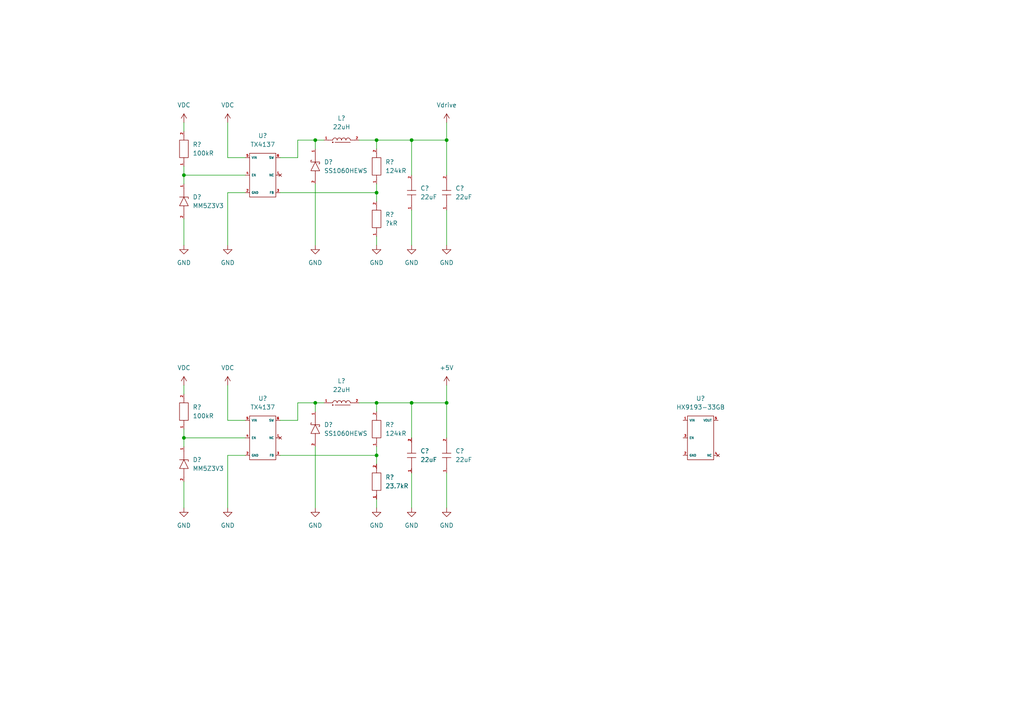
<source format=kicad_sch>
(kicad_sch (version 20211123) (generator eeschema)
  (paper "A4")
  (title_block (title "Digital_BuckBoost") (date "2022-07-01") (rev "1.0.1"))
  (lib_symbols
    (symbol "Basic_passive_components:Capacitor" (pin_names (offset 1.016))
      (property "Reference" "C" (at -4.445 -2.54 0))
      (property "Value" "Capacitor" (at 0 2.54 0))
      (symbol "Capacitor_0_1"
        (polyline (pts (xy -3.81 0) (xy -0.635 0)))
        (polyline (pts (xy -0.635 1.27) (xy -0.635 -1.27)))
        (polyline (pts (xy 0.635 0) (xy 3.81 0)))
        (polyline (pts (xy 0.635 1.27) (xy 0.635 -1.27)))
      )
      (symbol "Capacitor_1_1"
        (pin passive line (at -5.08 0 0) (length 1.27) (name "~") (number "1"))
        (pin passive line (at 5.08 0 180) (length 1.27) (name "~") (number "2"))
      )
    )
    (symbol "Basic_passive_components:Power_Inductor" (pin_names (offset 1.016))
      (property "Reference" "L" (at -4.445 -2.54 0))
      (property "Value" "Power_Inductor" (at 0 2.54 0))
      (symbol "Power_Inductor_0_1"
        (circle (center -2.54 -0.635) (radius 0.127) (fill (type outline)))
        (arc (start -1.27 0) (mid -1.905 0.635) (end -2.54 0))
        (arc (start 0 0) (mid -0.635 0.635) (end -1.27 0))
        (polyline (pts (xy -2.54 0) (xy -3.81 0)))
        (polyline (pts (xy -1.905 -0.635) (xy 2.54 -0.635)))
        (polyline (pts (xy 2.54 0) (xy 3.81 0)))
        (arc (start 1.27 0) (mid 0.635 0.635) (end 0 0))
        (arc (start 2.54 0) (mid 1.905 0.635) (end 1.27 0))
      )
      (symbol "Power_Inductor_1_1"
        (pin passive line (at -5.08 0 0) (length 1.27) (name "~") (number "1"))
        (pin passive line (at 5.08 0 180) (length 1.27) (name "~") (number "2"))
      )
    )
    (symbol "Basic_passive_components:Resistor" (pin_names (offset 1.016))
      (property "Reference" "R" (at -4.445 -2.54 0))
      (property "Value" "Resistor" (at 0 2.54 0))
      (symbol "Resistor_0_1"
        (rectangle (start -2.54 1.27) (end 2.54 -1.27))
        (polyline (pts (xy -3.81 0) (xy -2.54 0)))
        (polyline (pts (xy 2.54 0) (xy 3.81 0)))
      )
      (symbol "Resistor_1_1"
        (pin passive line (at -5.08 0 0) (length 1.27) (name "~") (number "1"))
        (pin passive line (at 5.08 0 180) (length 1.27) (name "~") (number "2"))
      )
    )
    (symbol "Basic_semiconductor:Diode_Schottky" (pin_names (offset 1.016) hide)
      (property "Reference" "D" (at -4.445 -2.54 0))
      (property "Value" "Diode_Schottky" (at 0 2.54 0))
      (symbol "Diode_Schottky_0_1"
        (polyline (pts (xy -0.762 1.016) (xy -0.762 1.27) (xy -1.27 1.27) (xy -1.27 -1.27) (xy -1.778 -1.27) (xy -1.778 -1.016)))
      )
      (symbol "Diode_Schottky_1_1"
        (polyline (pts (xy -3.81 0) (xy -1.27 0)))
        (polyline (pts (xy 1.27 0) (xy 3.81 0)))
        (polyline (pts (xy 1.27 1.27) (xy -1.27 0) (xy 1.27 -1.27) (xy 1.27 1.27)))
        (pin passive line (at -5.08 0 0) (length 1.27) (name "Cathode") (number "1"))
        (pin passive line (at 5.08 0 180) (length 1.27) (name "Anode") (number "2"))
      )
    )
    (symbol "Basic_semiconductor:Diode_Zener" (pin_names (offset 1.016) hide)
      (property "Reference" "D" (at -4.445 -2.54 0))
      (property "Value" "Diode_Zener" (at 0 2.54 0))
      (symbol "Diode_Zener_0_1"
        (polyline (pts (xy -0.762 1.27) (xy -1.27 1.27) (xy -1.27 -1.27)))
      )
      (symbol "Diode_Zener_1_1"
        (polyline (pts (xy -3.81 0) (xy -1.27 0)))
        (polyline (pts (xy 1.27 0) (xy 3.81 0)))
        (polyline (pts (xy 1.27 1.27) (xy -1.27 0) (xy 1.27 -1.27) (xy 1.27 1.27)))
        (pin passive line (at -5.08 0 0) (length 1.27) (name "Cathode") (number "1"))
        (pin passive line (at 5.08 0 180) (length 1.27) (name "Anode") (number "2"))
      )
    )
    (symbol "Power_DC-DC_convertor:TX4137"
      (property "Reference" "U" (at -2.54 -7.62 0))
      (property "Value" "TX4137" (at 0 7.62 0))
      (symbol "TX4137_0_1"
        (rectangle (start -3.81 6.35) (end 3.81 -6.35))
      )
      (symbol "TX4137_1_1"
        (pin no_connect line (at 5.08 0 180) (length 1.27) (name "NC") (number "1"))
        (pin power_in line (at -5.08 -5.08 0) (length 1.27) (name "GND") (number "2"))
        (pin input line (at 5.08 -5.08 180) (length 1.27) (name "FB") (number "3"))
        (pin input line (at -5.08 0 0) (length 1.27) (name "EN") (number "4"))
        (pin power_in line (at -5.08 5.08 0) (length 1.27) (name "VIN") (number "5"))
        (pin power_out line (at 5.08 5.08 180) (length 1.27) (name "SW") (number "6"))
      )
    )
    (symbol "Power_LDO:HX9193-33GB"
      (property "Reference" "U" (at -2.54 -7.62 0))
      (property "Value" "HX9193-33GB" (at 0 7.62 0))
      (symbol "HX9193-33GB_0_1"
        (rectangle (start -3.81 6.35) (end 3.81 -6.35))
      )
      (symbol "HX9193-33GB_1_1"
        (pin power_in line (at -5.08 5.08 0) (length 1.27) (name "VIN") (number "1"))
        (pin power_in line (at -5.08 -5.08 0) (length 1.27) (name "GND") (number "2"))
        (pin input line (at -5.08 0 0) (length 1.27) (name "EN") (number "3"))
        (pin no_connect line (at 5.08 -5.08 180) (length 1.27) (name "NC") (number "4"))
        (pin power_out line (at 5.08 5.08 180) (length 1.27) (name "VOUT") (number "5"))
      )
    )
    (symbol "power:+5V" (power) (pin_names (offset 0))
      (property "Value" "+5V" (at 0 3.556 0))
      (symbol "+5V_0_1"
        (polyline (pts (xy -0.762 1.27) (xy 0 2.54)))
        (polyline (pts (xy 0 0) (xy 0 2.54)))
        (polyline (pts (xy 0 2.54) (xy 0.762 1.27)))
      )
      (symbol "+5V_1_1"
        (pin power_in line (at 0 0 90) (length 0) hide (name "+5V") (number "1"))
      )
    )
    (symbol "power:GND" (power) (pin_names (offset 0))
      (property "Value" "GND" (at 0 -3.81 0))
      (symbol "GND_0_1"
        (polyline (pts (xy 0 0) (xy 0 -1.27) (xy 1.27 -1.27) (xy 0 -2.54) (xy -1.27 -1.27) (xy 0 -1.27)))
      )
      (symbol "GND_1_1"
        (pin power_in line (at 0 0 270) (length 0) hide (name "GND") (number "1"))
      )
    )
    (symbol "power:VDC" (power) (pin_names (offset 0))
      (property "Value" "VDC" (at 0 6.35 0))
      (symbol "VDC_0_1"
        (polyline (pts (xy -0.762 1.27) (xy 0 2.54)))
        (polyline (pts (xy 0 0) (xy 0 2.54)))
        (polyline (pts (xy 0 2.54) (xy 0.762 1.27)))
      )
      (symbol "VDC_1_1"
        (pin power_in line (at 0 0 90) (length 0) hide (name "VDC") (number "1"))
      )
    )
    (symbol "power:Vdrive" (power) (pin_names (offset 0))
      (property "Value" "Vdrive" (at 0 3.81 0))
      (symbol "Vdrive_0_1"
        (polyline (pts (xy -0.762 1.27) (xy 0 2.54)))
        (polyline (pts (xy 0 0) (xy 0 2.54)))
        (polyline (pts (xy 0 2.54) (xy 0.762 1.27)))
      )
      (symbol "Vdrive_1_1"
        (pin power_in line (at 0 0 90) (length 0) hide (name "Vdrive") (number "1"))
      )
    )
  )
  (junction (at 119.38 116.84))
  (junction (at 109.22 116.84))
  (junction (at 129.54 116.84))
  (junction (at 91.44 116.84))
  (junction (at 129.54 40.64))
  (junction (at 109.22 132.08))
  (junction (at 119.38 40.64))
  (junction (at 53.34 127))
  (junction (at 53.34 50.8))
  (junction (at 109.22 40.64))
  (junction (at 91.44 40.64))
  (junction (at 109.22 55.88))
  (wire (pts (xy 91.44 40.64) (xy 93.98 40.64)))
  (wire (pts (xy 53.34 35.56) (xy 53.34 38.1)))
  (wire (pts (xy 53.34 50.8) (xy 53.34 53.34)))
  (wire (pts (xy 71.12 132.08) (xy 66.04 132.08)))
  (wire (pts (xy 109.22 132.08) (xy 109.22 134.62)))
  (wire (pts (xy 129.54 111.76) (xy 129.54 116.84)))
  (wire (pts (xy 53.34 127) (xy 71.12 127)))
  (wire (pts (xy 53.34 139.7) (xy 53.34 147.32)))
  (wire (pts (xy 91.44 53.34) (xy 91.44 71.12)))
  (wire (pts (xy 91.44 129.54) (xy 91.44 147.32)))
  (wire (pts (xy 109.22 68.58) (xy 109.22 71.12)))
  (wire (pts (xy 109.22 144.78) (xy 109.22 147.32)))
  (wire (pts (xy 119.38 40.64) (xy 129.54 40.64)))
  (wire (pts (xy 109.22 116.84) (xy 119.38 116.84)))
  (wire (pts (xy 81.28 45.72) (xy 86.36 45.72)))
  (wire (pts (xy 81.28 55.88) (xy 109.22 55.88)))
  (wire (pts (xy 86.36 121.92) (xy 86.36 116.84)))
  (wire (pts (xy 86.36 45.72) (xy 86.36 40.64)))
  (wire (pts (xy 66.04 121.92) (xy 71.12 121.92)))
  (wire (pts (xy 119.38 116.84) (xy 119.38 127)))
  (wire (pts (xy 109.22 40.64) (xy 109.22 43.18)))
  (wire (pts (xy 91.44 40.64) (xy 91.44 43.18)))
  (wire (pts (xy 109.22 129.54) (xy 109.22 132.08)))
  (wire (pts (xy 53.34 50.8) (xy 71.12 50.8)))
  (wire (pts (xy 109.22 40.64) (xy 119.38 40.64)))
  (wire (pts (xy 66.04 35.56) (xy 66.04 45.72)))
  (wire (pts (xy 53.34 111.76) (xy 53.34 114.3)))
  (wire (pts (xy 109.22 116.84) (xy 109.22 119.38)))
  (wire (pts (xy 71.12 55.88) (xy 66.04 55.88)))
  (wire (pts (xy 53.34 124.46) (xy 53.34 127)))
  (wire (pts (xy 129.54 35.56) (xy 129.54 40.64)))
  (wire (pts (xy 129.54 40.64) (xy 129.54 50.8)))
  (wire (pts (xy 53.34 48.26) (xy 53.34 50.8)))
  (wire (pts (xy 104.14 40.64) (xy 109.22 40.64)))
  (wire (pts (xy 119.38 40.64) (xy 119.38 50.8)))
  (wire (pts (xy 86.36 116.84) (xy 91.44 116.84)))
  (wire (pts (xy 66.04 55.88) (xy 66.04 71.12)))
  (wire (pts (xy 109.22 55.88) (xy 109.22 58.42)))
  (wire (pts (xy 66.04 45.72) (xy 71.12 45.72)))
  (wire (pts (xy 91.44 116.84) (xy 91.44 119.38)))
  (wire (pts (xy 119.38 137.16) (xy 119.38 147.32)))
  (wire (pts (xy 66.04 132.08) (xy 66.04 147.32)))
  (wire (pts (xy 129.54 137.16) (xy 129.54 147.32)))
  (wire (pts (xy 129.54 60.96) (xy 129.54 71.12)))
  (wire (pts (xy 53.34 127) (xy 53.34 129.54)))
  (wire (pts (xy 66.04 111.76) (xy 66.04 121.92)))
  (wire (pts (xy 109.22 53.34) (xy 109.22 55.88)))
  (wire (pts (xy 53.34 63.5) (xy 53.34 71.12)))
  (wire (pts (xy 91.44 116.84) (xy 93.98 116.84)))
  (wire (pts (xy 104.14 116.84) (xy 109.22 116.84)))
  (wire (pts (xy 119.38 60.96) (xy 119.38 71.12)))
  (wire (pts (xy 86.36 40.64) (xy 91.44 40.64)))
  (wire (pts (xy 119.38 116.84) (xy 129.54 116.84)))
  (wire (pts (xy 81.28 121.92) (xy 86.36 121.92)))
  (wire (pts (xy 129.54 116.84) (xy 129.54 127)))
  (wire (pts (xy 81.28 132.08) (xy 109.22 132.08)))
  (symbol (lib_id "Basic_passive_components:Power_Inductor") (at 99.06 116.84 0) (unit 1)
    (property "Reference" "L?" (at 99.06 110.49 0))
    (property "Value" "22uH" (at 99.06 113.03 0))
  )
  (symbol (lib_id "power:GND") (at 119.38 71.12 0) (unit 1)
    (property "Reference" "#PWR?" (effects hide))
    (property "Value" "GND" (at 119.38 76.2 0))
  )
  (symbol (lib_id "power:GND") (at 53.34 147.32 0) (unit 1)
    (property "Reference" "#PWR?" (effects hide))
    (property "Value" "GND" (at 53.34 152.4 0))
  )
  (symbol (lib_id "power:GND") (at 91.44 71.12 0) (unit 1)
    (property "Reference" "#PWR?" (effects hide))
    (property "Value" "GND" (at 91.44 76.2 0))
  )
  (symbol (lib_id "Basic_passive_components:Resistor") (at 109.22 63.5 90) (unit 1)
    (property "Reference" "R?" (at 111.76 62.2299 90) (effects (justify right)))
    (property "Value" "?kR" (at 111.76 64.7699 90) (effects (justify right)))
    (property "Footprint" "GENERAL_RCL_SMD:C0402(1005M)" (effects hide))
  )
  (symbol (lib_id "Power_DC-DC_convertor:TX4137") (at 76.2 50.8 0) (unit 1)
    (property "Reference" "U?" (at 76.2 39.37 0))
    (property "Value" "TX4137" (at 76.2 41.91 0))
    (property "Footprint" "GENERAL_SMALL-SEMI_SMD:SOT-23-6" (effects hide))
  )
  (symbol (lib_id "Basic_semiconductor:Diode_Zener") (at 53.34 134.62 270) (unit 1)
    (property "Reference" "D?" (at 55.88 133.3499 90) (effects (justify left)))
    (property "Value" "MM5Z3V3" (at 55.88 135.8899 90) (effects (justify left)))
    (property "Footprint" "GENERAL_2-PIN_PLASTIC_SMD:SOD-523" (effects hide))
  )
  (symbol (lib_id "power:GND") (at 109.22 71.12 0) (unit 1)
    (property "Reference" "#PWR?" (effects hide))
    (property "Value" "GND" (at 109.22 76.2 0))
  )
  (symbol (lib_id "power:+5V") (at 129.54 111.76 0) (unit 1)
    (property "Reference" "#PWR?" (effects hide))
    (property "Value" "+5V" (at 129.54 106.68 0))
  )
  (symbol (lib_id "Basic_passive_components:Power_Inductor") (at 99.06 40.64 0) (unit 1)
    (property "Reference" "L?" (at 99.06 34.29 0))
    (property "Value" "22uH" (at 99.06 36.83 0))
  )
  (symbol (lib_id "power:GND") (at 53.34 71.12 0) (unit 1)
    (property "Reference" "#PWR?" (effects hide))
    (property "Value" "GND" (at 53.34 76.2 0))
  )
  (symbol (lib_id "power:GND") (at 66.04 71.12 0) (unit 1)
    (property "Reference" "#PWR?" (effects hide))
    (property "Value" "GND" (at 66.04 76.2 0))
  )
  (symbol (lib_id "power:VDC") (at 53.34 111.76 0) (unit 1)
    (property "Reference" "#PWR?" (effects hide))
    (property "Value" "VDC" (at 53.34 106.68 0))
  )
  (symbol (lib_id "power:GND") (at 129.54 147.32 0) (unit 1)
    (property "Reference" "#PWR?" (effects hide))
    (property "Value" "GND" (at 129.54 152.4 0))
  )
  (symbol (lib_id "Basic_passive_components:Capacitor") (at 119.38 132.08 90) (unit 1)
    (property "Reference" "C?" (at 121.92 130.8099 90) (effects (justify right)))
    (property "Value" "22uF" (at 121.92 133.3499 90) (effects (justify right)))
    (property "Footprint" "GENERAL_RCL_SMD:C0805(2012M)" (effects hide))
  )
  (symbol (lib_id "power:VDC") (at 66.04 35.56 0) (unit 1)
    (property "Reference" "#PWR?" (effects hide))
    (property "Value" "VDC" (at 66.04 30.48 0))
  )
  (symbol (lib_id "Basic_passive_components:Resistor") (at 53.34 43.18 90) (unit 1)
    (property "Reference" "R?" (at 55.88 41.9099 90) (effects (justify right)))
    (property "Value" "100kR" (at 55.88 44.4499 90) (effects (justify right)))
    (property "Footprint" "GENERAL_RCL_SMD:C0402(1005M)" (effects hide))
  )
  (symbol (lib_id "Basic_passive_components:Capacitor") (at 129.54 55.88 90) (unit 1)
    (property "Reference" "C?" (at 132.08 54.6099 90) (effects (justify right)))
    (property "Value" "22uF" (at 132.08 57.1499 90) (effects (justify right)))
    (property "Footprint" "GENERAL_RCL_SMD:C0805(2012M)" (effects hide))
  )
  (symbol (lib_id "power:GND") (at 129.54 71.12 0) (unit 1)
    (property "Reference" "#PWR?" (effects hide))
    (property "Value" "GND" (at 129.54 76.2 0))
  )
  (symbol (lib_id "Basic_passive_components:Capacitor") (at 119.38 55.88 90) (unit 1)
    (property "Reference" "C?" (at 121.92 54.6099 90) (effects (justify right)))
    (property "Value" "22uF" (at 121.92 57.1499 90) (effects (justify right)))
    (property "Footprint" "GENERAL_RCL_SMD:C0805(2012M)" (effects hide))
  )
  (symbol (lib_id "power:GND") (at 119.38 147.32 0) (unit 1)
    (property "Reference" "#PWR?" (effects hide))
    (property "Value" "GND" (at 119.38 152.4 0))
  )
  (symbol (lib_id "Basic_passive_components:Resistor") (at 109.22 48.26 90) (unit 1)
    (property "Reference" "R?" (at 111.76 46.9899 90) (effects (justify right)))
    (property "Value" "124kR" (at 111.76 49.5299 90) (effects (justify right)))
    (property "Footprint" "GENERAL_RCL_SMD:C0402(1005M)" (effects hide))
  )
  (symbol (lib_id "Basic_passive_components:Resistor") (at 109.22 124.46 90) (unit 1)
    (property "Reference" "R?" (at 111.76 123.1899 90) (effects (justify right)))
    (property "Value" "124kR" (at 111.76 125.7299 90) (effects (justify right)))
    (property "Footprint" "GENERAL_RCL_SMD:C0402(1005M)" (effects hide))
  )
  (symbol (lib_id "power:GND") (at 91.44 147.32 0) (unit 1)
    (property "Reference" "#PWR?" (effects hide))
    (property "Value" "GND" (at 91.44 152.4 0))
  )
  (symbol (lib_id "power:VDC") (at 53.34 35.56 0) (unit 1)
    (property "Reference" "#PWR?" (effects hide))
    (property "Value" "VDC" (at 53.34 30.48 0))
  )
  (symbol (lib_id "Basic_passive_components:Resistor") (at 109.22 139.7 90) (unit 1)
    (property "Reference" "R?" (at 111.76 138.4299 90) (effects (justify right)))
    (property "Value" "23.7kR" (at 111.76 140.9699 90) (effects (justify right)))
    (property "Footprint" "GENERAL_RCL_SMD:C0402(1005M)" (effects hide))
  )
  (symbol (lib_id "power:Vdrive") (at 129.54 35.56 0) (unit 1)
    (property "Reference" "#PWR?" (effects hide))
    (property "Value" "Vdrive" (at 129.54 30.48 0))
  )
  (symbol (lib_id "power:GND") (at 109.22 147.32 0) (unit 1)
    (property "Reference" "#PWR?" (effects hide))
    (property "Value" "GND" (at 109.22 152.4 0))
  )
  (symbol (lib_id "Basic_passive_components:Capacitor") (at 129.54 132.08 90) (unit 1)
    (property "Reference" "C?" (at 132.08 130.8099 90) (effects (justify right)))
    (property "Value" "22uF" (at 132.08 133.3499 90) (effects (justify right)))
    (property "Footprint" "GENERAL_RCL_SMD:C0805(2012M)" (effects hide))
  )
  (symbol (lib_id "Basic_semiconductor:Diode_Zener") (at 53.34 58.42 270) (unit 1)
    (property "Reference" "D?" (at 55.88 57.1499 90) (effects (justify left)))
    (property "Value" "MM5Z3V3" (at 55.88 59.6899 90) (effects (justify left)))
    (property "Footprint" "GENERAL_2-PIN_PLASTIC_SMD:SOD-523" (effects hide))
  )
  (symbol (lib_id "Power_LDO:HX9193-33GB") (at 203.2 127 0) (unit 1)
    (property "Reference" "U?" (at 203.2 115.57 0))
    (property "Value" "HX9193-33GB" (at 203.2 118.11 0))
    (property "Footprint" "GENERAL_SMALL-SEMI_SMD:SOT-23-5" (effects hide))
  )
  (symbol (lib_id "power:GND") (at 66.04 147.32 0) (unit 1)
    (property "Reference" "#PWR?" (effects hide))
    (property "Value" "GND" (at 66.04 152.4 0))
  )
  (symbol (lib_id "Basic_semiconductor:Diode_Schottky") (at 91.44 124.46 270) (unit 1)
    (property "Reference" "D?" (at 93.98 123.1899 90) (effects (justify left)))
    (property "Value" "SS1060HEWS" (at 93.98 125.7299 90) (effects (justify left)))
    (property "Footprint" "POWER_DIODE_SMD:SOD-323HE" (effects hide))
  )
  (symbol (lib_id "Basic_semiconductor:Diode_Schottky") (at 91.44 48.26 270) (unit 1)
    (property "Reference" "D?" (at 93.98 46.9899 90) (effects (justify left)))
    (property "Value" "SS1060HEWS" (at 93.98 49.5299 90) (effects (justify left)))
    (property "Footprint" "POWER_DIODE_SMD:SOD-323HE" (effects hide))
  )
  (symbol (lib_id "power:VDC") (at 66.04 111.76 0) (unit 1)
    (property "Reference" "#PWR?" (effects hide))
    (property "Value" "VDC" (at 66.04 106.68 0))
  )
  (symbol (lib_id "Power_DC-DC_convertor:TX4137") (at 76.2 127 0) (unit 1)
    (property "Reference" "U?" (at 76.2 115.57 0))
    (property "Value" "TX4137" (at 76.2 118.11 0))
    (property "Footprint" "GENERAL_SMALL-SEMI_SMD:SOT-23-6" (effects hide))
  )
  (symbol (lib_id "Basic_passive_components:Resistor") (at 53.34 119.38 90) (unit 1)
    (property "Reference" "R?" (at 55.88 118.1099 90) (effects (justify right)))
    (property "Value" "100kR" (at 55.88 120.6499 90) (effects (justify right)))
    (property "Footprint" "GENERAL_RCL_SMD:C0402(1005M)" (effects hide))
  )
)
</source>
